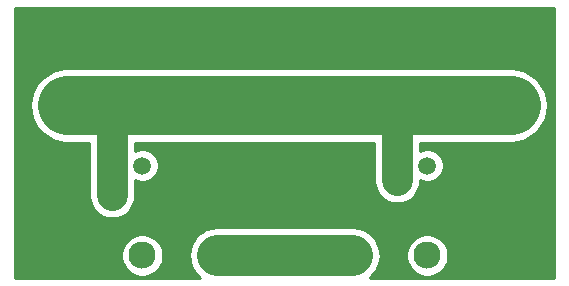
<source format=gbr>
%TF.GenerationSoftware,KiCad,Pcbnew,(5.1.10)-1*%
%TF.CreationDate,2021-10-22T00:50:49+01:00*%
%TF.ProjectId,RCA BOOARD,52434120-424f-44f4-9152-442e6b696361,rev?*%
%TF.SameCoordinates,Original*%
%TF.FileFunction,Copper,L2,Bot*%
%TF.FilePolarity,Positive*%
%FSLAX46Y46*%
G04 Gerber Fmt 4.6, Leading zero omitted, Abs format (unit mm)*
G04 Created by KiCad (PCBNEW (5.1.10)-1) date 2021-10-22 00:50:49*
%MOMM*%
%LPD*%
G01*
G04 APERTURE LIST*
%TA.AperFunction,ComponentPad*%
%ADD10C,2.300000*%
%TD*%
%TA.AperFunction,ComponentPad*%
%ADD11C,3.000000*%
%TD*%
%TA.AperFunction,ComponentPad*%
%ADD12C,1.500000*%
%TD*%
%TA.AperFunction,Conductor*%
%ADD13C,0.250000*%
%TD*%
%TA.AperFunction,Conductor*%
%ADD14C,2.600000*%
%TD*%
%TA.AperFunction,Conductor*%
%ADD15C,3.500000*%
%TD*%
%TA.AperFunction,Conductor*%
%ADD16C,5.000000*%
%TD*%
%TA.AperFunction,NonConductor*%
%ADD17C,0.254000*%
%TD*%
%TA.AperFunction,NonConductor*%
%ADD18C,0.100000*%
%TD*%
G04 APERTURE END LIST*
D10*
%TO.P, ,1*%
%TO.N,N/C*%
X153670000Y-114300000D03*
%TD*%
%TO.P, ,1*%
%TO.N,N/C*%
X143510000Y-114300000D03*
%TD*%
%TO.P, ,1*%
%TO.N,N/C*%
X139700000Y-114300000D03*
%TD*%
%TO.P, ,1*%
%TO.N,N/C*%
X129540000Y-114300000D03*
%TD*%
D11*
%TO.P,RCA 4LEG,1*%
%TO.N,N/C*%
X148620000Y-101590000D03*
%TO.P,RCA 4LEG,2*%
X158720000Y-101590000D03*
D12*
%TO.P,RCA 4LEG,3*%
X153670000Y-106690000D03*
%TO.P,RCA 4LEG,4*%
X151170000Y-106690000D03*
%TD*%
%TO.P,RCA 4LEG,4*%
%TO.N,N/C*%
X127040000Y-106690000D03*
%TO.P,RCA 4LEG,3*%
X129540000Y-106690000D03*
D11*
%TO.P,RCA 4LEG,2*%
X134590000Y-101590000D03*
%TO.P,RCA 4LEG,1*%
X124490000Y-101590000D03*
%TD*%
D13*
%TO.N,*%
X143560000Y-114300000D02*
X143510000Y-114300000D01*
D14*
X127000000Y-104140000D02*
X127000000Y-109220000D01*
X151130000Y-104140000D02*
X151130000Y-107950000D01*
D15*
X147320000Y-114300000D02*
X135890000Y-114300000D01*
D16*
X123190000Y-101600000D02*
X160720000Y-101600000D01*
%TD*%
D17*
X164440001Y-116180000D02*
X148788709Y-116180000D01*
X149014609Y-115994609D01*
X149312649Y-115631446D01*
X149534113Y-115217116D01*
X149670490Y-114767542D01*
X149716539Y-114300000D01*
X149699224Y-114124193D01*
X151885000Y-114124193D01*
X151885000Y-114475807D01*
X151953596Y-114820665D01*
X152088153Y-115145515D01*
X152283500Y-115437871D01*
X152532129Y-115686500D01*
X152824485Y-115881847D01*
X153149335Y-116016404D01*
X153494193Y-116085000D01*
X153845807Y-116085000D01*
X154190665Y-116016404D01*
X154515515Y-115881847D01*
X154807871Y-115686500D01*
X155056500Y-115437871D01*
X155251847Y-115145515D01*
X155386404Y-114820665D01*
X155455000Y-114475807D01*
X155455000Y-114124193D01*
X155386404Y-113779335D01*
X155251847Y-113454485D01*
X155056500Y-113162129D01*
X154807871Y-112913500D01*
X154515515Y-112718153D01*
X154190665Y-112583596D01*
X153845807Y-112515000D01*
X153494193Y-112515000D01*
X153149335Y-112583596D01*
X152824485Y-112718153D01*
X152532129Y-112913500D01*
X152283500Y-113162129D01*
X152088153Y-113454485D01*
X151953596Y-113779335D01*
X151885000Y-114124193D01*
X149699224Y-114124193D01*
X149670490Y-113832458D01*
X149534113Y-113382884D01*
X149312649Y-112968554D01*
X149014609Y-112605391D01*
X148651446Y-112307351D01*
X148237116Y-112085887D01*
X147787542Y-111949510D01*
X147437157Y-111915000D01*
X135772843Y-111915000D01*
X135422458Y-111949510D01*
X134972884Y-112085887D01*
X134558554Y-112307351D01*
X134195391Y-112605391D01*
X133897351Y-112968554D01*
X133675887Y-113382884D01*
X133539510Y-113832458D01*
X133493461Y-114300000D01*
X133539510Y-114767542D01*
X133675887Y-115217116D01*
X133897351Y-115631446D01*
X134195391Y-115994609D01*
X134421291Y-116180000D01*
X118770000Y-116180000D01*
X118770000Y-114124193D01*
X127755000Y-114124193D01*
X127755000Y-114475807D01*
X127823596Y-114820665D01*
X127958153Y-115145515D01*
X128153500Y-115437871D01*
X128402129Y-115686500D01*
X128694485Y-115881847D01*
X129019335Y-116016404D01*
X129364193Y-116085000D01*
X129715807Y-116085000D01*
X130060665Y-116016404D01*
X130385515Y-115881847D01*
X130677871Y-115686500D01*
X130926500Y-115437871D01*
X131121847Y-115145515D01*
X131256404Y-114820665D01*
X131325000Y-114475807D01*
X131325000Y-114124193D01*
X131256404Y-113779335D01*
X131121847Y-113454485D01*
X130926500Y-113162129D01*
X130677871Y-112913500D01*
X130385515Y-112718153D01*
X130060665Y-112583596D01*
X129715807Y-112515000D01*
X129364193Y-112515000D01*
X129019335Y-112583596D01*
X128694485Y-112718153D01*
X128402129Y-112913500D01*
X128153500Y-113162129D01*
X127958153Y-113454485D01*
X127823596Y-113779335D01*
X127755000Y-114124193D01*
X118770000Y-114124193D01*
X118770000Y-101600000D01*
X120039832Y-101600000D01*
X120100362Y-102214567D01*
X120279624Y-102805517D01*
X120570731Y-103350140D01*
X120962495Y-103827505D01*
X121439860Y-104219269D01*
X121984483Y-104510376D01*
X122575433Y-104689638D01*
X123035998Y-104735000D01*
X125065000Y-104735000D01*
X125065001Y-109315055D01*
X125092999Y-109599326D01*
X125203645Y-109964075D01*
X125383323Y-110300230D01*
X125625129Y-110594872D01*
X125919771Y-110836678D01*
X126255926Y-111016356D01*
X126620675Y-111127002D01*
X127000000Y-111164362D01*
X127379326Y-111127002D01*
X127744075Y-111016356D01*
X128080230Y-110836678D01*
X128374872Y-110594872D01*
X128616678Y-110300230D01*
X128796356Y-109964075D01*
X128907002Y-109599326D01*
X128935000Y-109315055D01*
X128935000Y-107938514D01*
X129136011Y-108021775D01*
X129403589Y-108075000D01*
X129676411Y-108075000D01*
X129943989Y-108021775D01*
X130196043Y-107917371D01*
X130422886Y-107765799D01*
X130615799Y-107572886D01*
X130767371Y-107346043D01*
X130871775Y-107093989D01*
X130925000Y-106826411D01*
X130925000Y-106553589D01*
X130871775Y-106286011D01*
X130767371Y-106033957D01*
X130615799Y-105807114D01*
X130422886Y-105614201D01*
X130196043Y-105462629D01*
X129943989Y-105358225D01*
X129676411Y-105305000D01*
X129403589Y-105305000D01*
X129136011Y-105358225D01*
X128935000Y-105441486D01*
X128935000Y-104735000D01*
X149195000Y-104735000D01*
X149195001Y-108045055D01*
X149222999Y-108329326D01*
X149333645Y-108694075D01*
X149513323Y-109030230D01*
X149755129Y-109324872D01*
X150049771Y-109566678D01*
X150385926Y-109746356D01*
X150750675Y-109857002D01*
X151130000Y-109894362D01*
X151509326Y-109857002D01*
X151874075Y-109746356D01*
X152210230Y-109566678D01*
X152504872Y-109324872D01*
X152746678Y-109030230D01*
X152926356Y-108694075D01*
X153037002Y-108329326D01*
X153065000Y-108045055D01*
X153065000Y-107938514D01*
X153266011Y-108021775D01*
X153533589Y-108075000D01*
X153806411Y-108075000D01*
X154073989Y-108021775D01*
X154326043Y-107917371D01*
X154552886Y-107765799D01*
X154745799Y-107572886D01*
X154897371Y-107346043D01*
X155001775Y-107093989D01*
X155055000Y-106826411D01*
X155055000Y-106553589D01*
X155001775Y-106286011D01*
X154897371Y-106033957D01*
X154745799Y-105807114D01*
X154552886Y-105614201D01*
X154326043Y-105462629D01*
X154073989Y-105358225D01*
X153806411Y-105305000D01*
X153533589Y-105305000D01*
X153266011Y-105358225D01*
X153065000Y-105441486D01*
X153065000Y-104735000D01*
X160874002Y-104735000D01*
X161334567Y-104689638D01*
X161925517Y-104510376D01*
X162470140Y-104219269D01*
X162947505Y-103827505D01*
X163339269Y-103350140D01*
X163630376Y-102805517D01*
X163809638Y-102214567D01*
X163870168Y-101600000D01*
X163809638Y-100985433D01*
X163630376Y-100394483D01*
X163339269Y-99849860D01*
X162947505Y-99372495D01*
X162470140Y-98980731D01*
X161925517Y-98689624D01*
X161334567Y-98510362D01*
X160874002Y-98465000D01*
X123035998Y-98465000D01*
X122575433Y-98510362D01*
X121984483Y-98689624D01*
X121439860Y-98980731D01*
X120962495Y-99372495D01*
X120570731Y-99849860D01*
X120279624Y-100394483D01*
X120100362Y-100985433D01*
X120039832Y-101600000D01*
X118770000Y-101600000D01*
X118770000Y-93370000D01*
X164440000Y-93370000D01*
X164440001Y-116180000D01*
%TA.AperFunction,NonConductor*%
D18*
G36*
X164440001Y-116180000D02*
G01*
X148788709Y-116180000D01*
X149014609Y-115994609D01*
X149312649Y-115631446D01*
X149534113Y-115217116D01*
X149670490Y-114767542D01*
X149716539Y-114300000D01*
X149699224Y-114124193D01*
X151885000Y-114124193D01*
X151885000Y-114475807D01*
X151953596Y-114820665D01*
X152088153Y-115145515D01*
X152283500Y-115437871D01*
X152532129Y-115686500D01*
X152824485Y-115881847D01*
X153149335Y-116016404D01*
X153494193Y-116085000D01*
X153845807Y-116085000D01*
X154190665Y-116016404D01*
X154515515Y-115881847D01*
X154807871Y-115686500D01*
X155056500Y-115437871D01*
X155251847Y-115145515D01*
X155386404Y-114820665D01*
X155455000Y-114475807D01*
X155455000Y-114124193D01*
X155386404Y-113779335D01*
X155251847Y-113454485D01*
X155056500Y-113162129D01*
X154807871Y-112913500D01*
X154515515Y-112718153D01*
X154190665Y-112583596D01*
X153845807Y-112515000D01*
X153494193Y-112515000D01*
X153149335Y-112583596D01*
X152824485Y-112718153D01*
X152532129Y-112913500D01*
X152283500Y-113162129D01*
X152088153Y-113454485D01*
X151953596Y-113779335D01*
X151885000Y-114124193D01*
X149699224Y-114124193D01*
X149670490Y-113832458D01*
X149534113Y-113382884D01*
X149312649Y-112968554D01*
X149014609Y-112605391D01*
X148651446Y-112307351D01*
X148237116Y-112085887D01*
X147787542Y-111949510D01*
X147437157Y-111915000D01*
X135772843Y-111915000D01*
X135422458Y-111949510D01*
X134972884Y-112085887D01*
X134558554Y-112307351D01*
X134195391Y-112605391D01*
X133897351Y-112968554D01*
X133675887Y-113382884D01*
X133539510Y-113832458D01*
X133493461Y-114300000D01*
X133539510Y-114767542D01*
X133675887Y-115217116D01*
X133897351Y-115631446D01*
X134195391Y-115994609D01*
X134421291Y-116180000D01*
X118770000Y-116180000D01*
X118770000Y-114124193D01*
X127755000Y-114124193D01*
X127755000Y-114475807D01*
X127823596Y-114820665D01*
X127958153Y-115145515D01*
X128153500Y-115437871D01*
X128402129Y-115686500D01*
X128694485Y-115881847D01*
X129019335Y-116016404D01*
X129364193Y-116085000D01*
X129715807Y-116085000D01*
X130060665Y-116016404D01*
X130385515Y-115881847D01*
X130677871Y-115686500D01*
X130926500Y-115437871D01*
X131121847Y-115145515D01*
X131256404Y-114820665D01*
X131325000Y-114475807D01*
X131325000Y-114124193D01*
X131256404Y-113779335D01*
X131121847Y-113454485D01*
X130926500Y-113162129D01*
X130677871Y-112913500D01*
X130385515Y-112718153D01*
X130060665Y-112583596D01*
X129715807Y-112515000D01*
X129364193Y-112515000D01*
X129019335Y-112583596D01*
X128694485Y-112718153D01*
X128402129Y-112913500D01*
X128153500Y-113162129D01*
X127958153Y-113454485D01*
X127823596Y-113779335D01*
X127755000Y-114124193D01*
X118770000Y-114124193D01*
X118770000Y-101600000D01*
X120039832Y-101600000D01*
X120100362Y-102214567D01*
X120279624Y-102805517D01*
X120570731Y-103350140D01*
X120962495Y-103827505D01*
X121439860Y-104219269D01*
X121984483Y-104510376D01*
X122575433Y-104689638D01*
X123035998Y-104735000D01*
X125065000Y-104735000D01*
X125065001Y-109315055D01*
X125092999Y-109599326D01*
X125203645Y-109964075D01*
X125383323Y-110300230D01*
X125625129Y-110594872D01*
X125919771Y-110836678D01*
X126255926Y-111016356D01*
X126620675Y-111127002D01*
X127000000Y-111164362D01*
X127379326Y-111127002D01*
X127744075Y-111016356D01*
X128080230Y-110836678D01*
X128374872Y-110594872D01*
X128616678Y-110300230D01*
X128796356Y-109964075D01*
X128907002Y-109599326D01*
X128935000Y-109315055D01*
X128935000Y-107938514D01*
X129136011Y-108021775D01*
X129403589Y-108075000D01*
X129676411Y-108075000D01*
X129943989Y-108021775D01*
X130196043Y-107917371D01*
X130422886Y-107765799D01*
X130615799Y-107572886D01*
X130767371Y-107346043D01*
X130871775Y-107093989D01*
X130925000Y-106826411D01*
X130925000Y-106553589D01*
X130871775Y-106286011D01*
X130767371Y-106033957D01*
X130615799Y-105807114D01*
X130422886Y-105614201D01*
X130196043Y-105462629D01*
X129943989Y-105358225D01*
X129676411Y-105305000D01*
X129403589Y-105305000D01*
X129136011Y-105358225D01*
X128935000Y-105441486D01*
X128935000Y-104735000D01*
X149195000Y-104735000D01*
X149195001Y-108045055D01*
X149222999Y-108329326D01*
X149333645Y-108694075D01*
X149513323Y-109030230D01*
X149755129Y-109324872D01*
X150049771Y-109566678D01*
X150385926Y-109746356D01*
X150750675Y-109857002D01*
X151130000Y-109894362D01*
X151509326Y-109857002D01*
X151874075Y-109746356D01*
X152210230Y-109566678D01*
X152504872Y-109324872D01*
X152746678Y-109030230D01*
X152926356Y-108694075D01*
X153037002Y-108329326D01*
X153065000Y-108045055D01*
X153065000Y-107938514D01*
X153266011Y-108021775D01*
X153533589Y-108075000D01*
X153806411Y-108075000D01*
X154073989Y-108021775D01*
X154326043Y-107917371D01*
X154552886Y-107765799D01*
X154745799Y-107572886D01*
X154897371Y-107346043D01*
X155001775Y-107093989D01*
X155055000Y-106826411D01*
X155055000Y-106553589D01*
X155001775Y-106286011D01*
X154897371Y-106033957D01*
X154745799Y-105807114D01*
X154552886Y-105614201D01*
X154326043Y-105462629D01*
X154073989Y-105358225D01*
X153806411Y-105305000D01*
X153533589Y-105305000D01*
X153266011Y-105358225D01*
X153065000Y-105441486D01*
X153065000Y-104735000D01*
X160874002Y-104735000D01*
X161334567Y-104689638D01*
X161925517Y-104510376D01*
X162470140Y-104219269D01*
X162947505Y-103827505D01*
X163339269Y-103350140D01*
X163630376Y-102805517D01*
X163809638Y-102214567D01*
X163870168Y-101600000D01*
X163809638Y-100985433D01*
X163630376Y-100394483D01*
X163339269Y-99849860D01*
X162947505Y-99372495D01*
X162470140Y-98980731D01*
X161925517Y-98689624D01*
X161334567Y-98510362D01*
X160874002Y-98465000D01*
X123035998Y-98465000D01*
X122575433Y-98510362D01*
X121984483Y-98689624D01*
X121439860Y-98980731D01*
X120962495Y-99372495D01*
X120570731Y-99849860D01*
X120279624Y-100394483D01*
X120100362Y-100985433D01*
X120039832Y-101600000D01*
X118770000Y-101600000D01*
X118770000Y-93370000D01*
X164440000Y-93370000D01*
X164440001Y-116180000D01*
G37*
%TD.AperFunction*%
M02*

</source>
